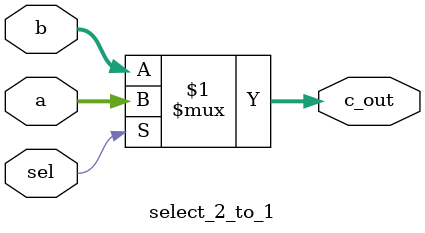
<source format=v>
`timescale 1ns / 1ps


module select_2_to_1(a, b, c_out, sel);
        parameter WIDTH = 32;
        
        input [WIDTH-1:0] a,b;
        input sel;
        output [WIDTH-1:0] c_out;
        
        assign c_out = (sel)? a: b;
       
endmodule
</source>
